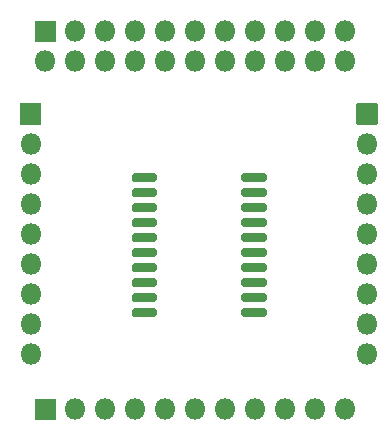
<source format=gbr>
G04 #@! TF.GenerationSoftware,KiCad,Pcbnew,5.1.9*
G04 #@! TF.CreationDate,2021-04-03T20:04:09+02:00*
G04 #@! TF.ProjectId,driverboard,64726976-6572-4626-9f61-72642e6b6963,rev?*
G04 #@! TF.SameCoordinates,Original*
G04 #@! TF.FileFunction,Soldermask,Top*
G04 #@! TF.FilePolarity,Negative*
%FSLAX46Y46*%
G04 Gerber Fmt 4.6, Leading zero omitted, Abs format (unit mm)*
G04 Created by KiCad (PCBNEW 5.1.9) date 2021-04-03 20:04:09*
%MOMM*%
%LPD*%
G01*
G04 APERTURE LIST*
%ADD10O,1.802000X1.802000*%
G04 APERTURE END LIST*
G36*
G01*
X128151000Y-106150000D02*
X128151000Y-107850000D01*
G75*
G02*
X128100000Y-107901000I-51000J0D01*
G01*
X126400000Y-107901000D01*
G75*
G02*
X126349000Y-107850000I0J51000D01*
G01*
X126349000Y-106150000D01*
G75*
G02*
X126400000Y-106099000I51000J0D01*
G01*
X128100000Y-106099000D01*
G75*
G02*
X128151000Y-106150000I0J-51000D01*
G01*
G37*
D10*
X127250000Y-109540000D03*
X127250000Y-112080000D03*
X127250000Y-114620000D03*
X127250000Y-117160000D03*
X127250000Y-119700000D03*
X127250000Y-122240000D03*
X127250000Y-124780000D03*
X127250000Y-127320000D03*
G36*
G01*
X100850000Y-100901000D02*
X99150000Y-100901000D01*
G75*
G02*
X99099000Y-100850000I0J51000D01*
G01*
X99099000Y-99150000D01*
G75*
G02*
X99150000Y-99099000I51000J0D01*
G01*
X100850000Y-99099000D01*
G75*
G02*
X100901000Y-99150000I0J-51000D01*
G01*
X100901000Y-100850000D01*
G75*
G02*
X100850000Y-100901000I-51000J0D01*
G01*
G37*
X100000000Y-102540000D03*
X102540000Y-100000000D03*
X102540000Y-102540000D03*
X105080000Y-100000000D03*
X105080000Y-102540000D03*
X107620000Y-100000000D03*
X107620000Y-102540000D03*
X110160000Y-100000000D03*
X110160000Y-102540000D03*
X112700000Y-100000000D03*
X112700000Y-102540000D03*
X115240000Y-100000000D03*
X115240000Y-102540000D03*
X117780000Y-100000000D03*
X117780000Y-102540000D03*
X120320000Y-100000000D03*
X120320000Y-102540000D03*
X122860000Y-100000000D03*
X122860000Y-102540000D03*
X125400000Y-100000000D03*
X125400000Y-102540000D03*
G36*
G01*
X99651000Y-106150000D02*
X99651000Y-107850000D01*
G75*
G02*
X99600000Y-107901000I-51000J0D01*
G01*
X97900000Y-107901000D01*
G75*
G02*
X97849000Y-107850000I0J51000D01*
G01*
X97849000Y-106150000D01*
G75*
G02*
X97900000Y-106099000I51000J0D01*
G01*
X99600000Y-106099000D01*
G75*
G02*
X99651000Y-106150000I0J-51000D01*
G01*
G37*
X98750000Y-109540000D03*
X98750000Y-112080000D03*
X98750000Y-114620000D03*
X98750000Y-117160000D03*
X98750000Y-119700000D03*
X98750000Y-122240000D03*
X98750000Y-124780000D03*
X98750000Y-127320000D03*
G36*
G01*
X100850000Y-132901000D02*
X99150000Y-132901000D01*
G75*
G02*
X99099000Y-132850000I0J51000D01*
G01*
X99099000Y-131150000D01*
G75*
G02*
X99150000Y-131099000I51000J0D01*
G01*
X100850000Y-131099000D01*
G75*
G02*
X100901000Y-131150000I0J-51000D01*
G01*
X100901000Y-132850000D01*
G75*
G02*
X100850000Y-132901000I-51000J0D01*
G01*
G37*
X102540000Y-132000000D03*
X105080000Y-132000000D03*
X107620000Y-132000000D03*
X110160000Y-132000000D03*
X112700000Y-132000000D03*
X115240000Y-132000000D03*
X117780000Y-132000000D03*
X120320000Y-132000000D03*
X122860000Y-132000000D03*
X125400000Y-132000000D03*
G36*
G01*
X107304000Y-112570500D02*
X107304000Y-112219500D01*
G75*
G02*
X107479500Y-112044000I175500J0D01*
G01*
X109280500Y-112044000D01*
G75*
G02*
X109456000Y-112219500I0J-175500D01*
G01*
X109456000Y-112570500D01*
G75*
G02*
X109280500Y-112746000I-175500J0D01*
G01*
X107479500Y-112746000D01*
G75*
G02*
X107304000Y-112570500I0J175500D01*
G01*
G37*
G36*
G01*
X107304000Y-113840500D02*
X107304000Y-113489500D01*
G75*
G02*
X107479500Y-113314000I175500J0D01*
G01*
X109280500Y-113314000D01*
G75*
G02*
X109456000Y-113489500I0J-175500D01*
G01*
X109456000Y-113840500D01*
G75*
G02*
X109280500Y-114016000I-175500J0D01*
G01*
X107479500Y-114016000D01*
G75*
G02*
X107304000Y-113840500I0J175500D01*
G01*
G37*
G36*
G01*
X107304000Y-115110500D02*
X107304000Y-114759500D01*
G75*
G02*
X107479500Y-114584000I175500J0D01*
G01*
X109280500Y-114584000D01*
G75*
G02*
X109456000Y-114759500I0J-175500D01*
G01*
X109456000Y-115110500D01*
G75*
G02*
X109280500Y-115286000I-175500J0D01*
G01*
X107479500Y-115286000D01*
G75*
G02*
X107304000Y-115110500I0J175500D01*
G01*
G37*
G36*
G01*
X107304000Y-116380500D02*
X107304000Y-116029500D01*
G75*
G02*
X107479500Y-115854000I175500J0D01*
G01*
X109280500Y-115854000D01*
G75*
G02*
X109456000Y-116029500I0J-175500D01*
G01*
X109456000Y-116380500D01*
G75*
G02*
X109280500Y-116556000I-175500J0D01*
G01*
X107479500Y-116556000D01*
G75*
G02*
X107304000Y-116380500I0J175500D01*
G01*
G37*
G36*
G01*
X107304000Y-117650500D02*
X107304000Y-117299500D01*
G75*
G02*
X107479500Y-117124000I175500J0D01*
G01*
X109280500Y-117124000D01*
G75*
G02*
X109456000Y-117299500I0J-175500D01*
G01*
X109456000Y-117650500D01*
G75*
G02*
X109280500Y-117826000I-175500J0D01*
G01*
X107479500Y-117826000D01*
G75*
G02*
X107304000Y-117650500I0J175500D01*
G01*
G37*
G36*
G01*
X107304000Y-118920500D02*
X107304000Y-118569500D01*
G75*
G02*
X107479500Y-118394000I175500J0D01*
G01*
X109280500Y-118394000D01*
G75*
G02*
X109456000Y-118569500I0J-175500D01*
G01*
X109456000Y-118920500D01*
G75*
G02*
X109280500Y-119096000I-175500J0D01*
G01*
X107479500Y-119096000D01*
G75*
G02*
X107304000Y-118920500I0J175500D01*
G01*
G37*
G36*
G01*
X107304000Y-120190500D02*
X107304000Y-119839500D01*
G75*
G02*
X107479500Y-119664000I175500J0D01*
G01*
X109280500Y-119664000D01*
G75*
G02*
X109456000Y-119839500I0J-175500D01*
G01*
X109456000Y-120190500D01*
G75*
G02*
X109280500Y-120366000I-175500J0D01*
G01*
X107479500Y-120366000D01*
G75*
G02*
X107304000Y-120190500I0J175500D01*
G01*
G37*
G36*
G01*
X107304000Y-121460500D02*
X107304000Y-121109500D01*
G75*
G02*
X107479500Y-120934000I175500J0D01*
G01*
X109280500Y-120934000D01*
G75*
G02*
X109456000Y-121109500I0J-175500D01*
G01*
X109456000Y-121460500D01*
G75*
G02*
X109280500Y-121636000I-175500J0D01*
G01*
X107479500Y-121636000D01*
G75*
G02*
X107304000Y-121460500I0J175500D01*
G01*
G37*
G36*
G01*
X107304000Y-122730500D02*
X107304000Y-122379500D01*
G75*
G02*
X107479500Y-122204000I175500J0D01*
G01*
X109280500Y-122204000D01*
G75*
G02*
X109456000Y-122379500I0J-175500D01*
G01*
X109456000Y-122730500D01*
G75*
G02*
X109280500Y-122906000I-175500J0D01*
G01*
X107479500Y-122906000D01*
G75*
G02*
X107304000Y-122730500I0J175500D01*
G01*
G37*
G36*
G01*
X107304000Y-124000500D02*
X107304000Y-123649500D01*
G75*
G02*
X107479500Y-123474000I175500J0D01*
G01*
X109280500Y-123474000D01*
G75*
G02*
X109456000Y-123649500I0J-175500D01*
G01*
X109456000Y-124000500D01*
G75*
G02*
X109280500Y-124176000I-175500J0D01*
G01*
X107479500Y-124176000D01*
G75*
G02*
X107304000Y-124000500I0J175500D01*
G01*
G37*
G36*
G01*
X116604000Y-124000500D02*
X116604000Y-123649500D01*
G75*
G02*
X116779500Y-123474000I175500J0D01*
G01*
X118580500Y-123474000D01*
G75*
G02*
X118756000Y-123649500I0J-175500D01*
G01*
X118756000Y-124000500D01*
G75*
G02*
X118580500Y-124176000I-175500J0D01*
G01*
X116779500Y-124176000D01*
G75*
G02*
X116604000Y-124000500I0J175500D01*
G01*
G37*
G36*
G01*
X116604000Y-122730500D02*
X116604000Y-122379500D01*
G75*
G02*
X116779500Y-122204000I175500J0D01*
G01*
X118580500Y-122204000D01*
G75*
G02*
X118756000Y-122379500I0J-175500D01*
G01*
X118756000Y-122730500D01*
G75*
G02*
X118580500Y-122906000I-175500J0D01*
G01*
X116779500Y-122906000D01*
G75*
G02*
X116604000Y-122730500I0J175500D01*
G01*
G37*
G36*
G01*
X116604000Y-121460500D02*
X116604000Y-121109500D01*
G75*
G02*
X116779500Y-120934000I175500J0D01*
G01*
X118580500Y-120934000D01*
G75*
G02*
X118756000Y-121109500I0J-175500D01*
G01*
X118756000Y-121460500D01*
G75*
G02*
X118580500Y-121636000I-175500J0D01*
G01*
X116779500Y-121636000D01*
G75*
G02*
X116604000Y-121460500I0J175500D01*
G01*
G37*
G36*
G01*
X116604000Y-120190500D02*
X116604000Y-119839500D01*
G75*
G02*
X116779500Y-119664000I175500J0D01*
G01*
X118580500Y-119664000D01*
G75*
G02*
X118756000Y-119839500I0J-175500D01*
G01*
X118756000Y-120190500D01*
G75*
G02*
X118580500Y-120366000I-175500J0D01*
G01*
X116779500Y-120366000D01*
G75*
G02*
X116604000Y-120190500I0J175500D01*
G01*
G37*
G36*
G01*
X116604000Y-118920500D02*
X116604000Y-118569500D01*
G75*
G02*
X116779500Y-118394000I175500J0D01*
G01*
X118580500Y-118394000D01*
G75*
G02*
X118756000Y-118569500I0J-175500D01*
G01*
X118756000Y-118920500D01*
G75*
G02*
X118580500Y-119096000I-175500J0D01*
G01*
X116779500Y-119096000D01*
G75*
G02*
X116604000Y-118920500I0J175500D01*
G01*
G37*
G36*
G01*
X116604000Y-117650500D02*
X116604000Y-117299500D01*
G75*
G02*
X116779500Y-117124000I175500J0D01*
G01*
X118580500Y-117124000D01*
G75*
G02*
X118756000Y-117299500I0J-175500D01*
G01*
X118756000Y-117650500D01*
G75*
G02*
X118580500Y-117826000I-175500J0D01*
G01*
X116779500Y-117826000D01*
G75*
G02*
X116604000Y-117650500I0J175500D01*
G01*
G37*
G36*
G01*
X116604000Y-116380500D02*
X116604000Y-116029500D01*
G75*
G02*
X116779500Y-115854000I175500J0D01*
G01*
X118580500Y-115854000D01*
G75*
G02*
X118756000Y-116029500I0J-175500D01*
G01*
X118756000Y-116380500D01*
G75*
G02*
X118580500Y-116556000I-175500J0D01*
G01*
X116779500Y-116556000D01*
G75*
G02*
X116604000Y-116380500I0J175500D01*
G01*
G37*
G36*
G01*
X116604000Y-115110500D02*
X116604000Y-114759500D01*
G75*
G02*
X116779500Y-114584000I175500J0D01*
G01*
X118580500Y-114584000D01*
G75*
G02*
X118756000Y-114759500I0J-175500D01*
G01*
X118756000Y-115110500D01*
G75*
G02*
X118580500Y-115286000I-175500J0D01*
G01*
X116779500Y-115286000D01*
G75*
G02*
X116604000Y-115110500I0J175500D01*
G01*
G37*
G36*
G01*
X116604000Y-113840500D02*
X116604000Y-113489500D01*
G75*
G02*
X116779500Y-113314000I175500J0D01*
G01*
X118580500Y-113314000D01*
G75*
G02*
X118756000Y-113489500I0J-175500D01*
G01*
X118756000Y-113840500D01*
G75*
G02*
X118580500Y-114016000I-175500J0D01*
G01*
X116779500Y-114016000D01*
G75*
G02*
X116604000Y-113840500I0J175500D01*
G01*
G37*
G36*
G01*
X116604000Y-112570500D02*
X116604000Y-112219500D01*
G75*
G02*
X116779500Y-112044000I175500J0D01*
G01*
X118580500Y-112044000D01*
G75*
G02*
X118756000Y-112219500I0J-175500D01*
G01*
X118756000Y-112570500D01*
G75*
G02*
X118580500Y-112746000I-175500J0D01*
G01*
X116779500Y-112746000D01*
G75*
G02*
X116604000Y-112570500I0J175500D01*
G01*
G37*
M02*

</source>
